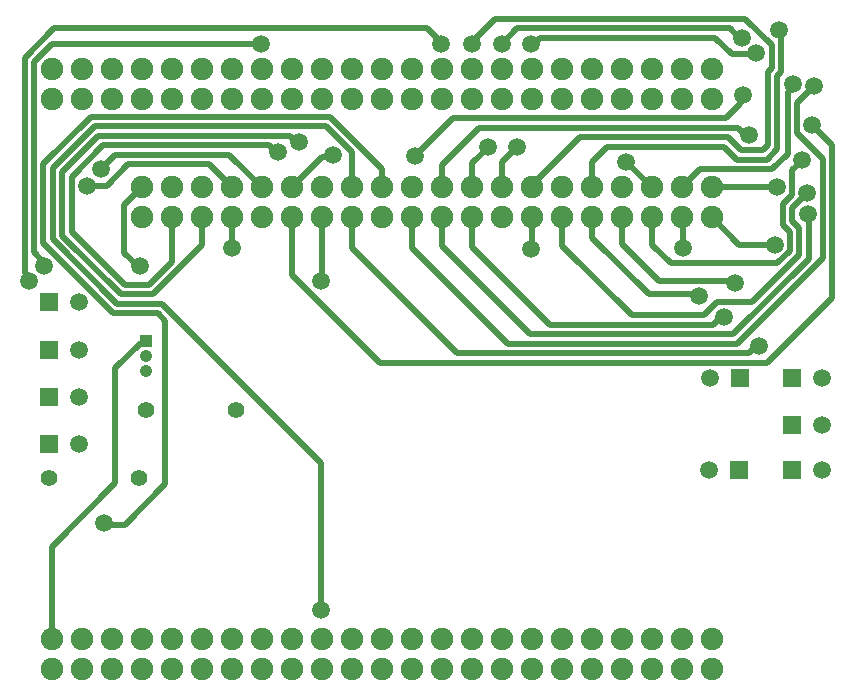
<source format=gtl>
G04*
G04 #@! TF.GenerationSoftware,Altium Limited,Altium Designer,22.2.1 (43)*
G04*
G04 Layer_Physical_Order=1*
G04 Layer_Color=255*
%FSLAX44Y44*%
%MOMM*%
G71*
G04*
G04 #@! TF.SameCoordinates,C540050E-BCC2-4D0B-BADB-C6BBA61EEE44*
G04*
G04*
G04 #@! TF.FilePolarity,Positive*
G04*
G01*
G75*
%ADD10C,0.5000*%
%ADD11R,1.5000X1.5000*%
%ADD12C,1.5000*%
%ADD13C,1.9000*%
%ADD14C,1.4000*%
%ADD15R,1.0500X1.0500*%
%ADD16C,1.0500*%
D10*
X76000Y173000D02*
X93000D01*
X127000Y207000D02*
Y345686D01*
X93000Y173000D02*
X127000Y207000D01*
X75000Y174000D02*
X76000Y173000D01*
X117000Y368000D02*
X158300Y409300D01*
X93000Y376000D02*
X113686D01*
X89627Y368000D02*
X117000D01*
X158300Y409300D02*
Y429232D01*
X113686Y376000D02*
X132900Y395214D01*
Y428690D01*
X92500Y403249D02*
X103749Y392000D01*
X106000D01*
X92500Y403249D02*
Y443400D01*
X48000Y421000D02*
X93000Y376000D01*
X85000Y208000D02*
Y305203D01*
X31000Y75930D02*
Y154000D01*
X85000Y208000D01*
X260187Y484087D02*
X267087D01*
X269000Y486000D01*
X339000Y485000D02*
X371000Y517000D01*
X237294Y497130D02*
X240000D01*
X232424Y502000D02*
X237294Y497130D01*
X614087Y535087D02*
X616000Y537000D01*
X614087Y529087D02*
Y535087D01*
X607000Y571000D02*
X626640D01*
X613155Y585139D02*
X615339D01*
X626640Y571000D02*
X627621Y571980D01*
X612294Y509000D02*
X618294Y503000D01*
X621000D01*
X614314Y490000D02*
X633385D01*
X603314Y501000D02*
X614314Y490000D01*
X580300Y474000D02*
X641000D01*
X600000Y493000D02*
X611000Y482000D01*
X633385Y490000D02*
X637297Y493913D01*
X641000Y474000D02*
X654000Y487000D01*
X564700Y458400D02*
X580300Y474000D01*
X611000Y482000D02*
X636698D01*
X645297Y490599D01*
X480052Y509000D02*
X612294D01*
X637297Y493913D02*
Y556396D01*
X234500Y458400D02*
X260187Y484087D01*
X92500Y443400D02*
X107500Y458400D01*
X181500Y486000D02*
X209100Y458400D01*
X84740Y486000D02*
X181500D01*
X164100Y478000D02*
X183700Y458400D01*
X95602Y478000D02*
X164100D01*
X371000Y517000D02*
X602000D01*
X657808Y472808D02*
X666000Y481000D01*
Y482000D01*
X657808Y452214D02*
Y472808D01*
X590169Y458469D02*
X644738D01*
X644808Y458539D01*
X650000Y444407D02*
X657808Y452214D01*
X658000Y441093D02*
X670808Y453901D01*
X590100Y458400D02*
X590169Y458469D01*
X662000Y504385D02*
X684000Y482385D01*
X675000Y511000D02*
X692000Y494000D01*
Y365000D02*
Y494000D01*
X611326Y326000D02*
X684000Y398674D01*
Y482385D01*
X637000Y310000D02*
X692000Y365000D01*
X662000Y529785D02*
X676185Y543969D01*
X662000Y504385D02*
Y529785D01*
X645297Y553082D02*
X648621Y556406D01*
X637297Y556396D02*
X640621Y559720D01*
X618385Y601000D02*
X640621Y578764D01*
X645297Y490599D02*
Y553082D01*
X658297Y543274D02*
Y545980D01*
X654000Y487000D02*
Y538977D01*
X658297Y543274D01*
X501500Y493000D02*
X600000D01*
X478615Y501000D02*
X603314D01*
X361500Y477500D02*
X393000Y509000D01*
X513900Y410830D02*
X545230Y379500D01*
X577500Y368000D02*
X579000Y366500D01*
X536500Y368000D02*
X577500D01*
X545230Y379500D02*
X607500D01*
X609192Y377808D01*
X621294Y318000D02*
X627294Y324000D01*
X630000D01*
X374000Y318000D02*
X621294D01*
X602000Y517000D02*
X614087Y529087D01*
X538150Y459236D02*
Y459393D01*
X517543Y480000D02*
X538150Y459393D01*
X517386Y480000D02*
X517543D01*
X488500Y458400D02*
Y480000D01*
X501500Y493000D01*
X480052Y509000D02*
X480052Y509000D01*
X393000Y509000D02*
X480052D01*
X437700Y460085D02*
X478615Y501000D01*
X539300Y409700D02*
X555000Y394000D01*
X645385D02*
X656000Y404615D01*
X555000Y394000D02*
X645385D01*
X624039Y361341D02*
X664000Y401302D01*
X594484Y361341D02*
X624039D01*
X597551Y348341D02*
X600257D01*
X453000Y342000D02*
X591211D01*
X583143Y350000D02*
X594484Y361341D01*
X591211Y342000D02*
X597551Y348341D01*
X488500Y416000D02*
X536500Y368000D01*
X436000Y334000D02*
X608012D01*
X664000Y401302D02*
Y424324D01*
X613100Y410000D02*
X643000D01*
X672000Y397988D02*
Y434708D01*
X650000Y427010D02*
X656000Y421010D01*
X608012Y334000D02*
X672000Y397988D01*
X417000Y326000D02*
X611326D01*
X671000Y435708D02*
X672000Y434708D01*
X656000Y404615D02*
Y421010D01*
X658000Y430324D02*
X664000Y424324D01*
X650000Y427010D02*
Y444407D01*
X658000Y430324D02*
Y441093D01*
X590100Y433000D02*
X613100Y410000D01*
X463100Y408900D02*
X522000Y350000D01*
X361500Y408500D02*
X436000Y334000D01*
X522000Y350000D02*
X583143D01*
X285300Y406700D02*
X374000Y318000D01*
X309000Y310000D02*
X637000D01*
X336100Y406900D02*
X417000Y326000D01*
X234500Y384500D02*
X309000Y310000D01*
X386900Y408100D02*
X453000Y342000D01*
X648621Y556406D02*
Y590145D01*
X640621Y559720D02*
Y578764D01*
X646766Y592000D02*
X648621Y590145D01*
X412300Y452400D02*
Y480300D01*
X425000Y493000D01*
X386900Y478900D02*
X400000Y492000D01*
Y493000D01*
X539300Y409700D02*
Y427000D01*
X565635Y407000D02*
Y426065D01*
X263255Y510130D02*
X285300Y488085D01*
X266568Y518130D02*
X310700Y473998D01*
Y452400D02*
Y473998D01*
X67444Y510130D02*
X263255D01*
X64130Y518130D02*
X266568D01*
X285300Y456188D02*
Y488085D01*
X234500Y384500D02*
Y428770D01*
X259000Y426100D02*
X259450Y425650D01*
Y379450D02*
Y425650D01*
X259000Y379000D02*
X259450Y379450D01*
X183850Y407150D02*
X184000Y407000D01*
X183850Y407150D02*
Y426500D01*
X437350Y406350D02*
Y426650D01*
X437000Y406000D02*
X437350Y406350D01*
Y426650D02*
X437700Y427000D01*
X259000Y101300D02*
X259300Y101000D01*
X259000Y101300D02*
Y225000D01*
X8000Y568057D02*
X32943Y593000D01*
X349000D01*
X360600Y581400D01*
X31257Y580000D02*
X208400D01*
X593000Y585000D02*
X607000Y571000D01*
X437000Y580000D02*
X439706D01*
X444706Y585000D01*
X593000D01*
X412000Y580000D02*
X425000Y593000D01*
X605294D01*
X386800Y581800D02*
X406000Y601000D01*
X605294Y593000D02*
X613155Y585139D01*
X406000Y601000D02*
X618385D01*
X360600Y580000D02*
Y581400D01*
X386800Y580000D02*
Y581800D01*
X16000Y564743D02*
X31257Y580000D01*
X70627Y502000D02*
X232424D01*
X8000Y385706D02*
X12000Y381706D01*
X61000Y459885D02*
X77487D01*
X72485Y473745D02*
X84740Y486000D01*
X48000Y467645D02*
X74355Y494000D01*
X16000Y403321D02*
Y564743D01*
X40000Y417627D02*
Y471373D01*
X77487Y459885D02*
X95602Y478000D01*
X24000Y411000D02*
X83000Y352000D01*
X32000Y414314D02*
X86314Y360000D01*
X16000Y403321D02*
X24808Y394514D01*
X40000Y471373D02*
X70627Y502000D01*
X32000Y474686D02*
X67444Y510130D01*
X32000Y414314D02*
Y474686D01*
X24000Y478000D02*
X64130Y518130D01*
X24000Y411000D02*
Y478000D01*
X8000Y385706D02*
Y568057D01*
X12000Y379000D02*
Y381706D01*
X24808Y391808D02*
Y394514D01*
X40000Y417627D02*
X89627Y368000D01*
X48000Y421000D02*
Y467645D01*
X74355Y494000D02*
X215071D01*
X221071Y488000D02*
X223000D01*
X215071Y494000D02*
X221071Y488000D01*
X86314Y360000D02*
X124000D01*
X259000Y225000D01*
X83000Y352000D02*
X120686D01*
X127000Y345686D01*
X463100Y408900D02*
Y429000D01*
X386900Y408100D02*
Y427000D01*
X361500Y408500D02*
Y429000D01*
X183350Y427000D02*
X183850Y426500D01*
X85000Y305203D02*
X106547Y326750D01*
X513900Y410830D02*
Y427000D01*
X488500Y416000D02*
Y427000D01*
X285300Y406700D02*
Y427000D01*
X336100Y406900D02*
Y427000D01*
X386900Y452400D02*
Y478900D01*
X106547Y326750D02*
X109050D01*
X111000Y328700D01*
X361500Y452400D02*
Y477500D01*
D11*
X614000Y297000D02*
D03*
X613000Y219000D02*
D03*
X28400Y241000D02*
D03*
Y281000D02*
D03*
Y321000D02*
D03*
Y361000D02*
D03*
X658000Y297000D02*
D03*
Y257000D02*
D03*
Y219000D02*
D03*
D12*
X588600Y297000D02*
D03*
X587600Y219000D02*
D03*
X53800Y241000D02*
D03*
Y281000D02*
D03*
Y321000D02*
D03*
Y361000D02*
D03*
X683400Y297000D02*
D03*
Y257000D02*
D03*
Y219000D02*
D03*
X106000Y392000D02*
D03*
X339000Y485000D02*
D03*
X269000Y486000D02*
D03*
X240000Y497130D02*
D03*
X616000Y537000D02*
D03*
X615339Y585139D02*
D03*
X627621Y571980D02*
D03*
X621000Y503000D02*
D03*
X644808Y458539D02*
D03*
X670808Y453901D02*
D03*
X658297Y545980D02*
D03*
X579000Y366500D02*
D03*
X609192Y377808D02*
D03*
X630000Y324000D02*
D03*
X517386Y480000D02*
D03*
X666000Y482000D02*
D03*
X600257Y348341D02*
D03*
X643000Y410000D02*
D03*
X675000Y511000D02*
D03*
X676185Y543969D02*
D03*
X671000Y435708D02*
D03*
X425000Y493000D02*
D03*
X400000D02*
D03*
X565635Y407000D02*
D03*
X259000Y379000D02*
D03*
X184000Y407000D02*
D03*
X437000Y406000D02*
D03*
X259300Y101000D02*
D03*
X208400Y580000D02*
D03*
X386800D02*
D03*
X360600D02*
D03*
X437000D02*
D03*
X412000D02*
D03*
X72485Y473745D02*
D03*
X61000Y459885D02*
D03*
X12000Y379000D02*
D03*
X24808Y391808D02*
D03*
X223000Y488000D02*
D03*
X646766Y592000D02*
D03*
X75000Y174000D02*
D03*
D13*
X590100Y458400D02*
D03*
X488500D02*
D03*
X463100D02*
D03*
X437700D02*
D03*
X412300D02*
D03*
X386900D02*
D03*
X361500D02*
D03*
X336100D02*
D03*
X310700D02*
D03*
X539300D02*
D03*
X513900D02*
D03*
X285300D02*
D03*
X564700D02*
D03*
X590100Y433000D02*
D03*
X539300D02*
D03*
X564700D02*
D03*
X488500D02*
D03*
X463100D02*
D03*
X437700D02*
D03*
X412300D02*
D03*
X386900D02*
D03*
X361500D02*
D03*
X513900D02*
D03*
X310700D02*
D03*
X336100D02*
D03*
X285300D02*
D03*
X259900Y458400D02*
D03*
X234500D02*
D03*
Y433000D02*
D03*
X209100D02*
D03*
X183700Y458400D02*
D03*
X158300D02*
D03*
X183700Y433000D02*
D03*
X158300D02*
D03*
X132900Y458400D02*
D03*
X107500D02*
D03*
X132900Y433000D02*
D03*
X107500D02*
D03*
X209100Y458400D02*
D03*
X259900Y433000D02*
D03*
X488200Y75930D02*
D03*
X513600D02*
D03*
X437400D02*
D03*
X462800D02*
D03*
X564400D02*
D03*
X589800D02*
D03*
X539000D02*
D03*
X335800D02*
D03*
X361200D02*
D03*
X310400D02*
D03*
X386600D02*
D03*
X412000D02*
D03*
X285000Y50530D02*
D03*
X513600D02*
D03*
X462800D02*
D03*
X488200D02*
D03*
X564400D02*
D03*
X589800D02*
D03*
X539000D02*
D03*
X335800D02*
D03*
X361200D02*
D03*
X310400D02*
D03*
X412000D02*
D03*
X437400D02*
D03*
X386600D02*
D03*
X183400Y75930D02*
D03*
X208800D02*
D03*
X158000D02*
D03*
X259600D02*
D03*
X285000D02*
D03*
X234200D02*
D03*
X56400D02*
D03*
X81800D02*
D03*
X31000D02*
D03*
X107200D02*
D03*
X132600D02*
D03*
X31000Y50530D02*
D03*
X183400D02*
D03*
X208800D02*
D03*
X158000D02*
D03*
X234200D02*
D03*
X259600D02*
D03*
X56400D02*
D03*
X81800D02*
D03*
X107200D02*
D03*
X132600D02*
D03*
X488200Y558530D02*
D03*
X513600D02*
D03*
X437400D02*
D03*
X462800D02*
D03*
X564400D02*
D03*
X589800D02*
D03*
X539000D02*
D03*
X335800D02*
D03*
X361200D02*
D03*
X310400D02*
D03*
X386600D02*
D03*
X412000D02*
D03*
X285000Y533130D02*
D03*
X513600D02*
D03*
X462800D02*
D03*
X488200D02*
D03*
X564400D02*
D03*
X589800D02*
D03*
X539000D02*
D03*
X335800D02*
D03*
X361200D02*
D03*
X310400D02*
D03*
X412000D02*
D03*
X437400D02*
D03*
X386600D02*
D03*
X183400Y558530D02*
D03*
X208800D02*
D03*
X158000D02*
D03*
X259600D02*
D03*
X285000D02*
D03*
X234200D02*
D03*
X56400D02*
D03*
X81800D02*
D03*
X31000D02*
D03*
X107200D02*
D03*
X132600D02*
D03*
X31000Y533130D02*
D03*
X183400D02*
D03*
X208800D02*
D03*
X158000D02*
D03*
X234200D02*
D03*
X259600D02*
D03*
X56400D02*
D03*
X81800D02*
D03*
X107200D02*
D03*
X132600D02*
D03*
D14*
X105100Y212000D02*
D03*
X28900D02*
D03*
X187100Y270000D02*
D03*
X110900D02*
D03*
D15*
X111000Y328700D02*
D03*
D16*
Y316000D02*
D03*
Y303300D02*
D03*
M02*

</source>
